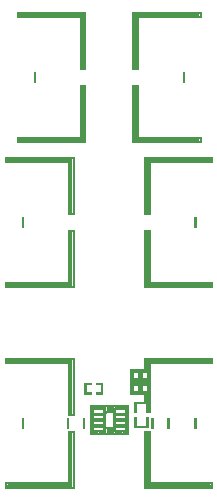
<source format=gbr>
G75*
%IPPOS*%
%FSLAX44Y44*%
%MOIN*%
%ADD10C,0.00100*%
%ADD11C,0.00200*%
%ADD12C,0.00400*%
%ADD13C,0.00800*%
%ADD14C,0.01500*%
%ADD15C,0.02500*%
%ADD16C,0.04000*%
%ADD17C,0.15000*%
%ADD18C,0.50000*%
%ADD19C,0.30000*%
%ADD20C,16.16080*%
%ADD21C,0.01180*%
%ADD22C,0.01970*%
%LNGB-SM1*%
%LPD*%
G54D10*
X989Y13816D02*
X1038D01*
Y14142D01*
X989D01*
Y13816D01*
X994Y13821D02*
X1033D01*
Y14137D01*
X994D01*
Y13821D01*
G54D11*
X1004Y13831D02*
X1023D01*
Y14127D01*
X1004D01*
Y13831D01*
X1014Y14127D02*
Y13831D01*
G54D10*
X989Y13816D02*
X1038D01*
Y14142D01*
X989D01*
Y13816D01*
X596Y2294D02*
X645D01*
Y2620D01*
X596D01*
Y2294D01*
X601Y2299D02*
X640D01*
Y2615D01*
X601D01*
Y2299D01*
G54D11*
X611Y2309D02*
X630D01*
Y2605D01*
X611D01*
Y2309D01*
X620Y2605D02*
Y2309D01*
G54D10*
X596Y2294D02*
X645D01*
Y2620D01*
X596D01*
Y2294D01*
X6393D02*
Y2620D01*
X6344D01*
Y2294D01*
X6393D01*
X6388Y2299D02*
Y2615D01*
X6349D01*
Y2299D01*
X6388D01*
G54D11*
X6378Y2309D02*
Y2605D01*
X6359D01*
Y2309D01*
X6378D01*
X6369Y2605D02*
Y2309D01*
G54D10*
X6393Y2294D02*
Y2620D01*
X6344D01*
Y2294D01*
X6393D01*
Y8987D02*
Y9313D01*
X6344D01*
Y8987D01*
X6393D01*
X6388Y8992D02*
Y9308D01*
X6349D01*
Y8992D01*
X6388D01*
G54D11*
X6378Y9002D02*
Y9298D01*
X6359D01*
Y9002D01*
X6378D01*
X6369Y9298D02*
Y9002D01*
G54D10*
X6393Y8987D02*
Y9313D01*
X6344D01*
Y8987D01*
X6393D01*
X5999Y13816D02*
Y14142D01*
X5950D01*
Y13816D01*
X5999D01*
X5994Y13821D02*
Y14137D01*
X5955D01*
Y13821D01*
X5994D01*
G54D11*
X5984Y13831D02*
Y14127D01*
X5965D01*
Y13831D01*
X5984D01*
X5975Y14127D02*
Y13831D01*
G54D10*
X5999Y13816D02*
Y14142D01*
X5950D01*
Y13816D01*
X5999D01*
X2149Y2621D02*
X2100D01*
Y2295D01*
X2149D01*
Y2621D01*
X2144Y2616D02*
X2105D01*
Y2300D01*
X2144D01*
Y2616D01*
G54D11*
X2134Y2606D02*
X2115D01*
Y2310D01*
X2134D01*
Y2606D01*
X2125Y2606D02*
Y2310D01*
G54D10*
X2149Y2621D02*
X2100D01*
Y2295D01*
X2149D01*
Y2621D01*
X2632D02*
Y2295D01*
X2681D01*
Y2621D01*
X2632D01*
X2637Y2616D02*
Y2300D01*
X2676D01*
Y2616D01*
X2637D01*
G54D11*
X2647Y2606D02*
Y2310D01*
X2666D01*
Y2606D01*
X2647D01*
X2656Y2606D02*
Y2310D01*
G54D10*
X2632Y2621D02*
Y2295D01*
X2681D01*
Y2621D01*
X2632D01*
X4964Y2620D02*
X4915D01*
Y2294D01*
X4964D01*
Y2620D01*
X4959Y2615D02*
X4920D01*
Y2299D01*
X4959D01*
Y2615D01*
G54D11*
X4949Y2605D02*
X4930D01*
Y2309D01*
X4949D01*
Y2605D01*
X4940Y2605D02*
Y2309D01*
G54D10*
X4964Y2620D02*
X4915D01*
Y2294D01*
X4964D01*
Y2620D01*
X5447D02*
Y2294D01*
X5496D01*
Y2620D01*
X5447D01*
X5452Y2615D02*
Y2299D01*
X5491D01*
Y2615D01*
X5452D01*
G54D11*
X5462Y2605D02*
Y2309D01*
X5481D01*
Y2605D01*
X5462D01*
X5471Y2605D02*
Y2309D01*
G54D10*
X5447Y2620D02*
Y2294D01*
X5496D01*
Y2620D01*
X5447D01*
X4785Y2298D02*
Y2643D01*
X4736D01*
Y2347D01*
X4392D01*
Y2643D01*
X4343D01*
Y2298D01*
X4785D01*
X4780Y2303D02*
Y2638D01*
X4741D01*
Y2342D01*
X4387D01*
Y2638D01*
X4348D01*
Y2303D01*
X4780D01*
G54D11*
X4770Y2313D02*
Y2628D01*
X4751D01*
Y2332D01*
X4377D01*
Y2628D01*
X4358D01*
Y2313D01*
X4770D01*
X4756Y2327D02*
X4765Y2318D01*
X4761Y2628D02*
Y2323D01*
X4363Y2318D02*
X4372Y2327D01*
X4367Y2628D02*
Y2323D01*
X4564Y2332D02*
Y2313D01*
X4545D02*
Y2332D01*
X4526D02*
Y2313D01*
X4507D02*
Y2332D01*
X4488D02*
Y2313D01*
X4469D02*
Y2332D01*
X4450D02*
Y2313D01*
X4431D02*
Y2332D01*
X4412D02*
Y2313D01*
X4393D02*
Y2332D01*
X4374Y2313D02*
Y2628D01*
X4583Y2332D02*
Y2313D01*
X4602D02*
Y2332D01*
X4621D02*
Y2313D01*
X4640D02*
Y2332D01*
X4659D02*
Y2313D01*
X4678D02*
Y2332D01*
X4697D02*
Y2313D01*
X4716D02*
Y2332D01*
X4735D02*
Y2313D01*
X4754D02*
Y2628D01*
G54D10*
X4785Y2298D02*
Y2643D01*
X4736D01*
Y2347D01*
X4392D01*
Y2643D01*
X4343D01*
Y2298D01*
X4785D01*
X2712Y11805D02*
Y13719D01*
X2525D01*
Y11992D01*
X438D01*
Y11805D01*
X2712D01*
X2707Y11810D02*
Y13714D01*
X2530D01*
Y11987D01*
X443D01*
Y11810D01*
X2707D01*
G54D11*
X2697Y11820D02*
Y13704D01*
X2540D01*
Y11977D01*
X453D01*
Y11820D01*
X2697D01*
G54D12*
X2677Y11840D02*
Y13684D01*
X2560D01*
Y11957D01*
X473D01*
Y11840D01*
X2677D01*
G54D13*
X2637Y11880D02*
Y13644D01*
X2600D01*
Y11917D01*
X513D01*
Y11880D01*
X2637D01*
X2637Y11880D02*
X2600Y11917D01*
X2618Y13644D02*
Y11899D01*
X1575Y11917D02*
Y11880D01*
X1499D02*
Y11917D01*
X1423D02*
Y11880D01*
X1347D02*
Y11917D01*
X1271D02*
Y11880D01*
X1195D02*
Y11917D01*
X1119D02*
Y11880D01*
X1043D02*
Y11917D01*
X967D02*
Y11880D01*
X891D02*
Y11917D01*
X815D02*
Y11880D01*
X739D02*
Y11917D01*
X663D02*
Y11880D01*
X587D02*
Y11917D01*
X1651D02*
Y11880D01*
X1727D02*
Y11917D01*
X1803D02*
Y11880D01*
X1879D02*
Y11917D01*
X1955D02*
Y11880D01*
X2031D02*
Y11917D01*
X2107D02*
Y11880D01*
X2183D02*
Y11917D01*
X2259D02*
Y11880D01*
X2335D02*
Y11917D01*
X2411D02*
Y11880D01*
X2487D02*
Y11917D01*
X2563D02*
Y11880D01*
G54D10*
X2712Y11805D02*
Y13719D01*
X2525D01*
Y11992D01*
X438D01*
Y11805D01*
X2712D01*
Y16153D02*
X438D01*
Y15966D01*
X2525D01*
Y14239D01*
X2712D01*
Y16153D01*
X2707Y16148D02*
X443D01*
Y15971D01*
X2530D01*
Y14244D01*
X2707D01*
Y16148D01*
G54D11*
X2697Y16138D02*
X453D01*
Y15981D01*
X2540D01*
Y14254D01*
X2697D01*
Y16138D01*
G54D12*
X2677Y16118D02*
X473D01*
Y16001D01*
X2560D01*
Y14274D01*
X2677D01*
Y16118D01*
G54D13*
X2637Y16078D02*
X513D01*
Y16041D01*
X2600D01*
Y14314D01*
X2637D01*
Y16078D01*
X2637Y16078D02*
X2600Y16041D01*
X2618Y16059D02*
X513D01*
X2637Y15196D02*
X2600D01*
Y15272D02*
X2637D01*
Y15348D02*
X2600D01*
Y15424D02*
X2637D01*
Y15500D02*
X2600D01*
Y15576D02*
X2637D01*
Y15652D02*
X2600D01*
Y15728D02*
X2637D01*
Y15804D02*
X2600D01*
Y15880D02*
X2637D01*
Y15956D02*
X2600D01*
Y16032D02*
X2637D01*
Y15120D02*
X2600D01*
Y15044D02*
X2637D01*
Y14968D02*
X2600D01*
Y14892D02*
X2637D01*
Y14816D02*
X2600D01*
Y14740D02*
X2637D01*
Y14664D02*
X2600D01*
Y14588D02*
X2637D01*
Y14512D02*
X2600D01*
Y14436D02*
X2637D01*
Y14360D02*
X2600D01*
G54D10*
X2712Y16153D02*
X438D01*
Y15966D01*
X2525D01*
Y14239D01*
X2712D01*
Y16153D01*
X2318Y283D02*
Y2197D01*
X2131D01*
Y470D01*
X44D01*
Y283D01*
X2318D01*
X2313Y288D02*
Y2192D01*
X2136D01*
Y465D01*
X49D01*
Y288D01*
X2313D01*
G54D11*
X2303Y298D02*
Y2182D01*
X2146D01*
Y455D01*
X59D01*
Y298D01*
X2303D01*
G54D12*
X2283Y318D02*
Y2162D01*
X2166D01*
Y435D01*
X79D01*
Y318D01*
X2283D01*
G54D13*
X2243Y358D02*
Y2122D01*
X2206D01*
Y395D01*
X119D01*
Y358D01*
X2243D01*
X2243Y358D02*
X2206Y395D01*
X2224Y2122D02*
Y377D01*
X1181Y395D02*
Y358D01*
X1105D02*
Y395D01*
X1029D02*
Y358D01*
X953D02*
Y395D01*
X877D02*
Y358D01*
X801D02*
Y395D01*
X725D02*
Y358D01*
X649D02*
Y395D01*
X573D02*
Y358D01*
X497D02*
Y395D01*
X421D02*
Y358D01*
X345D02*
Y395D01*
X269D02*
Y358D01*
X193D02*
Y395D01*
X1257D02*
Y358D01*
X1333D02*
Y395D01*
X1409D02*
Y358D01*
X1485D02*
Y395D01*
X1561D02*
Y358D01*
X1637D02*
Y395D01*
X1713D02*
Y358D01*
X1789D02*
Y395D01*
X1865D02*
Y358D01*
X1941D02*
Y395D01*
X2017D02*
Y358D01*
X2093D02*
Y395D01*
X2169D02*
Y358D01*
G54D10*
X2318Y283D02*
Y2197D01*
X2131D01*
Y470D01*
X44D01*
Y283D01*
X2318D01*
Y4630D02*
X44D01*
Y4443D01*
X2131D01*
Y2717D01*
X2318D01*
Y4630D01*
X2313Y4625D02*
X49D01*
Y4448D01*
X2136D01*
Y2722D01*
X2313D01*
Y4625D01*
G54D11*
X2303Y4615D02*
X59D01*
Y4458D01*
X2146D01*
Y2732D01*
X2303D01*
Y4615D01*
G54D12*
X2283Y4595D02*
X79D01*
Y4478D01*
X2166D01*
Y2752D01*
X2283D01*
Y4595D01*
G54D13*
X2243Y4555D02*
X119D01*
Y4518D01*
X2206D01*
Y2792D01*
X2243D01*
Y4555D01*
X2243Y4555D02*
X2206Y4518D01*
X2224Y4537D02*
X119D01*
X2243Y3674D02*
X2206D01*
Y3750D02*
X2243D01*
Y3826D02*
X2206D01*
Y3902D02*
X2243D01*
Y3978D02*
X2206D01*
Y4054D02*
X2243D01*
Y4130D02*
X2206D01*
Y4206D02*
X2243D01*
Y4282D02*
X2206D01*
Y4358D02*
X2243D01*
Y4434D02*
X2206D01*
Y4510D02*
X2243D01*
Y3598D02*
X2206D01*
Y3522D02*
X2243D01*
Y3446D02*
X2206D01*
Y3370D02*
X2243D01*
Y3294D02*
X2206D01*
Y3218D02*
X2243D01*
Y3142D02*
X2206D01*
Y3066D02*
X2243D01*
Y2990D02*
X2206D01*
Y2914D02*
X2243D01*
Y2838D02*
X2206D01*
G54D10*
X2318Y4630D02*
X44D01*
Y4443D01*
X2131D01*
Y2717D01*
X2318D01*
Y4630D01*
X4277Y16153D02*
Y14239D01*
X4464D01*
Y15966D01*
X6551D01*
Y16153D01*
X4277D01*
X4282Y16148D02*
Y14244D01*
X4459D01*
Y15971D01*
X6546D01*
Y16148D01*
X4282D01*
G54D11*
X4292Y16138D02*
Y14254D01*
X4449D01*
Y15981D01*
X6536D01*
Y16138D01*
X4292D01*
G54D12*
X4312Y16118D02*
Y14274D01*
X4429D01*
Y16001D01*
X6516D01*
Y16118D01*
X4312D01*
G54D13*
X4352Y16078D02*
Y14314D01*
X4389D01*
Y16041D01*
X6476D01*
Y16078D01*
X4352D01*
X5414Y16078D02*
Y16041D01*
X5338D02*
Y16078D01*
X5262D02*
Y16041D01*
X5186D02*
Y16078D01*
X5110D02*
Y16041D01*
X5034D02*
Y16078D01*
X4958D02*
Y16041D01*
X4882D02*
Y16078D01*
X4806D02*
Y16041D01*
X4730D02*
Y16078D01*
X4654D02*
Y16041D01*
X4578D02*
Y16078D01*
X4502D02*
Y16041D01*
X4426D02*
Y16078D01*
X5490D02*
Y16041D01*
X5566D02*
Y16078D01*
X5642D02*
Y16041D01*
X5718D02*
Y16078D01*
X5794D02*
Y16041D01*
X5870D02*
Y16078D01*
X5946D02*
Y16041D01*
X6022D02*
Y16078D01*
X6098D02*
Y16041D01*
X6174D02*
Y16078D01*
X6250D02*
Y16041D01*
X6326D02*
Y16078D01*
X6402D02*
Y16041D01*
G54D10*
X4277Y16153D02*
Y14239D01*
X4464D01*
Y15966D01*
X6551D01*
Y16153D01*
X4277D01*
Y11805D02*
X6551D01*
Y11992D01*
X4464D01*
Y13719D01*
X4277D01*
Y11805D01*
X4282Y11810D02*
X6546D01*
Y11987D01*
X4459D01*
Y13714D01*
X4282D01*
Y11810D01*
G54D11*
X4292Y11820D02*
X6536D01*
Y11977D01*
X4449D01*
Y13704D01*
X4292D01*
Y11820D01*
G54D12*
X4312Y11840D02*
X6516D01*
Y11957D01*
X4429D01*
Y13684D01*
X4312D01*
Y11840D01*
G54D13*
X4352Y11880D02*
X6476D01*
Y11917D01*
X4389D01*
Y13644D01*
X4352D01*
Y11880D01*
X4352Y11880D02*
X4389Y11917D01*
X6476Y11899D02*
X4371D01*
X4389Y12762D02*
X4352D01*
Y12838D02*
X4389D01*
Y12914D02*
X4352D01*
Y12990D02*
X4389D01*
Y13066D02*
X4352D01*
Y13142D02*
X4389D01*
Y13218D02*
X4352D01*
Y13294D02*
X4389D01*
Y13370D02*
X4352D01*
Y13446D02*
X4389D01*
Y13522D02*
X4352D01*
Y13598D02*
X4389D01*
Y12686D02*
X4352D01*
Y12610D02*
X4389D01*
Y12534D02*
X4352D01*
Y12458D02*
X4389D01*
Y12382D02*
X4352D01*
Y12306D02*
X4389D01*
Y12230D02*
X4352D01*
Y12154D02*
X4389D01*
Y12078D02*
X4352D01*
Y12002D02*
X4389D01*
Y11926D02*
X4352D01*
G54D10*
X4277Y11805D02*
X6551D01*
Y11992D01*
X4464D01*
Y13719D01*
X4277D01*
Y11805D01*
X4671Y11323D02*
Y9410D01*
X4858D01*
Y11137D01*
X6944D01*
Y11323D01*
X4671D01*
X4676Y11318D02*
Y9415D01*
X4853D01*
Y11142D01*
X6939D01*
Y11318D01*
X4676D01*
G54D11*
X4686Y11308D02*
Y9425D01*
X4843D01*
Y11152D01*
X6929D01*
Y11308D01*
X4686D01*
G54D12*
X4706Y11288D02*
Y9445D01*
X4823D01*
Y11172D01*
X6909D01*
Y11288D01*
X4706D01*
G54D13*
X4746Y11248D02*
Y9485D01*
X4783D01*
Y11212D01*
X6869D01*
Y11248D01*
X4746D01*
X5808Y11248D02*
Y11212D01*
X5732D02*
Y11248D01*
X5656D02*
Y11212D01*
X5580D02*
Y11248D01*
X5504D02*
Y11212D01*
X5428D02*
Y11248D01*
X5352D02*
Y11212D01*
X5276D02*
Y11248D01*
X5200D02*
Y11212D01*
X5124D02*
Y11248D01*
X5048D02*
Y11212D01*
X4972D02*
Y11248D01*
X4896D02*
Y11212D01*
X4820D02*
Y11248D01*
X5884D02*
Y11212D01*
X5960D02*
Y11248D01*
X6036D02*
Y11212D01*
X6112D02*
Y11248D01*
X6188D02*
Y11212D01*
X6264D02*
Y11248D01*
X6340D02*
Y11212D01*
X6416D02*
Y11248D01*
X6492D02*
Y11212D01*
X6568D02*
Y11248D01*
X6644D02*
Y11212D01*
X6720D02*
Y11248D01*
X6796D02*
Y11212D01*
G54D10*
X4671Y11323D02*
Y9410D01*
X4858D01*
Y11137D01*
X6944D01*
Y11323D01*
X4671D01*
Y6976D02*
X6944D01*
Y7163D01*
X4858D01*
Y8890D01*
X4671D01*
Y6976D01*
X4676Y6981D02*
X6939D01*
Y7158D01*
X4853D01*
Y8885D01*
X4676D01*
Y6981D01*
G54D11*
X4686Y6991D02*
X6929D01*
Y7148D01*
X4843D01*
Y8875D01*
X4686D01*
Y6991D01*
G54D12*
X4706Y7011D02*
X6909D01*
Y7128D01*
X4823D01*
Y8855D01*
X4706D01*
Y7011D01*
G54D13*
X4746Y7051D02*
X6869D01*
Y7088D01*
X4783D01*
Y8815D01*
X4746D01*
Y7051D01*
X4746Y7051D02*
X4783Y7088D01*
X6869Y7070D02*
X4764D01*
X4783Y7933D02*
X4746D01*
Y8009D02*
X4783D01*
Y8085D02*
X4746D01*
Y8161D02*
X4783D01*
Y8237D02*
X4746D01*
Y8313D02*
X4783D01*
Y8389D02*
X4746D01*
Y8465D02*
X4783D01*
Y8541D02*
X4746D01*
Y8617D02*
X4783D01*
Y8693D02*
X4746D01*
Y8769D02*
X4783D01*
Y7857D02*
X4746D01*
Y7781D02*
X4783D01*
Y7705D02*
X4746D01*
Y7629D02*
X4783D01*
Y7553D02*
X4746D01*
Y7477D02*
X4783D01*
Y7401D02*
X4746D01*
Y7325D02*
X4783D01*
Y7249D02*
X4746D01*
Y7173D02*
X4783D01*
Y7097D02*
X4746D01*
G54D10*
X4671Y6976D02*
X6944D01*
Y7163D01*
X4858D01*
Y8890D01*
X4671D01*
Y6976D01*
Y283D02*
X6944D01*
Y470D01*
X4858D01*
Y2197D01*
X4671D01*
Y283D01*
X4676Y288D02*
X6939D01*
Y465D01*
X4853D01*
Y2192D01*
X4676D01*
Y288D01*
G54D11*
X4686Y298D02*
X6929D01*
Y455D01*
X4843D01*
Y2182D01*
X4686D01*
Y298D01*
G54D12*
X4706Y318D02*
X6909D01*
Y435D01*
X4823D01*
Y2162D01*
X4706D01*
Y318D01*
G54D13*
X4746Y358D02*
X6869D01*
Y395D01*
X4783D01*
Y2122D01*
X4746D01*
Y358D01*
X4746Y358D02*
X4783Y395D01*
X6869Y377D02*
X4764D01*
X4783Y1240D02*
X4746D01*
Y1316D02*
X4783D01*
Y1392D02*
X4746D01*
Y1468D02*
X4783D01*
Y1544D02*
X4746D01*
Y1620D02*
X4783D01*
Y1696D02*
X4746D01*
Y1772D02*
X4783D01*
Y1848D02*
X4746D01*
Y1924D02*
X4783D01*
Y2000D02*
X4746D01*
Y2076D02*
X4783D01*
Y1164D02*
X4746D01*
Y1088D02*
X4783D01*
Y1012D02*
X4746D01*
Y936D02*
X4783D01*
Y860D02*
X4746D01*
Y784D02*
X4783D01*
Y708D02*
X4746D01*
Y632D02*
X4783D01*
Y556D02*
X4746D01*
Y480D02*
X4783D01*
Y404D02*
X4746D01*
G54D10*
X4671Y283D02*
X6944D01*
Y470D01*
X4858D01*
Y2197D01*
X4671D01*
Y283D01*
X3269Y3796D02*
X3056D01*
Y3747D01*
X3220D01*
Y3477D01*
X3056D01*
Y3428D01*
X3269D01*
Y3796D01*
X3264Y3791D02*
X3061D01*
Y3752D01*
X3225D01*
Y3472D01*
X3061D01*
Y3433D01*
X3264D01*
Y3791D01*
G54D11*
X3254Y3781D02*
X3071D01*
Y3762D01*
X3235D01*
Y3462D01*
X3071D01*
Y3443D01*
X3254D01*
Y3781D01*
X3240Y3767D02*
X3249Y3776D01*
X3244Y3772D02*
X3071D01*
X3249Y3448D02*
X3240Y3457D01*
X3244Y3453D02*
X3071D01*
X3254Y3612D02*
X3235D01*
Y3631D02*
X3254D01*
Y3650D02*
X3235D01*
Y3669D02*
X3254D01*
Y3688D02*
X3235D01*
Y3707D02*
X3254D01*
Y3726D02*
X3235D01*
Y3745D02*
X3254D01*
Y3764D02*
X3071D01*
X3235Y3593D02*
X3254D01*
Y3574D02*
X3235D01*
Y3555D02*
X3254D01*
Y3536D02*
X3235D01*
Y3517D02*
X3254D01*
Y3498D02*
X3235D01*
Y3479D02*
X3254D01*
Y3460D02*
X3071D01*
G54D10*
X3269Y3796D02*
X3056D01*
Y3747D01*
X3220D01*
Y3477D01*
X3056D01*
Y3428D01*
X3269D01*
Y3796D01*
X2676D02*
Y3428D01*
X2889D01*
Y3477D01*
X2726D01*
Y3747D01*
X2889D01*
Y3796D01*
X2676D01*
X2681Y3791D02*
Y3433D01*
X2884D01*
Y3472D01*
X2721D01*
Y3752D01*
X2884D01*
Y3791D01*
X2681D01*
G54D11*
X2691Y3781D02*
Y3443D01*
X2874D01*
Y3462D01*
X2711D01*
Y3762D01*
X2874D01*
Y3781D01*
X2691D01*
X2783Y3462D02*
Y3443D01*
Y3762D02*
Y3781D01*
X2764Y3462D02*
Y3443D01*
Y3762D02*
Y3781D01*
X2745Y3462D02*
Y3443D01*
Y3762D02*
Y3781D01*
X2726Y3462D02*
Y3443D01*
Y3762D02*
Y3781D01*
X2707D02*
Y3443D01*
X2802D02*
Y3462D01*
Y3762D02*
Y3781D01*
X2821Y3462D02*
Y3443D01*
Y3762D02*
Y3781D01*
X2840Y3462D02*
Y3443D01*
Y3762D02*
Y3781D01*
X2859Y3462D02*
Y3443D01*
Y3762D02*
Y3781D01*
G54D10*
X2676Y3796D02*
Y3428D01*
X2889D01*
Y3477D01*
X2726D01*
Y3747D01*
X2889D01*
Y3796D01*
X2676D01*
X596Y8987D02*
X645D01*
Y9313D01*
X596D01*
Y8987D01*
X601Y8992D02*
X640D01*
Y9308D01*
X601D01*
Y8992D01*
G54D11*
X611Y9002D02*
X630D01*
Y9298D01*
X611D01*
Y9002D01*
X620Y9298D02*
Y9002D01*
G54D10*
X596Y8987D02*
X645D01*
Y9313D01*
X596D01*
Y8987D01*
X2318Y6976D02*
Y8890D01*
X2131D01*
Y7163D01*
X44D01*
Y6976D01*
X2318D01*
X2313Y6981D02*
Y8885D01*
X2136D01*
Y7158D01*
X49D01*
Y6981D01*
X2313D01*
G54D11*
X2303Y6991D02*
Y8875D01*
X2146D01*
Y7148D01*
X59D01*
Y6991D01*
X2303D01*
G54D12*
X2283Y7011D02*
Y8855D01*
X2166D01*
Y7128D01*
X79D01*
Y7011D01*
X2283D01*
G54D13*
X2243Y7051D02*
Y8815D01*
X2206D01*
Y7088D01*
X119D01*
Y7051D01*
X2243D01*
X2243Y7051D02*
X2206Y7088D01*
X2224Y8815D02*
Y7070D01*
X1181Y7088D02*
Y7051D01*
X1105D02*
Y7088D01*
X1029D02*
Y7051D01*
X953D02*
Y7088D01*
X877D02*
Y7051D01*
X801D02*
Y7088D01*
X725D02*
Y7051D01*
X649D02*
Y7088D01*
X573D02*
Y7051D01*
X497D02*
Y7088D01*
X421D02*
Y7051D01*
X345D02*
Y7088D01*
X269D02*
Y7051D01*
X193D02*
Y7088D01*
X1257D02*
Y7051D01*
X1333D02*
Y7088D01*
X1409D02*
Y7051D01*
X1485D02*
Y7088D01*
X1561D02*
Y7051D01*
X1637D02*
Y7088D01*
X1713D02*
Y7051D01*
X1789D02*
Y7088D01*
X1865D02*
Y7051D01*
X1941D02*
Y7088D01*
X2017D02*
Y7051D01*
X2093D02*
Y7088D01*
X2169D02*
Y7051D01*
G54D10*
X2318Y6976D02*
Y8890D01*
X2131D01*
Y7163D01*
X44D01*
Y6976D01*
X2318D01*
Y11323D02*
X44D01*
Y11137D01*
X2131D01*
Y9410D01*
X2318D01*
Y11323D01*
X2313Y11318D02*
X49D01*
Y11142D01*
X2136D01*
Y9415D01*
X2313D01*
Y11318D01*
G54D11*
X2303Y11308D02*
X59D01*
Y11152D01*
X2146D01*
Y9425D01*
X2303D01*
Y11308D01*
G54D12*
X2283Y11288D02*
X79D01*
Y11172D01*
X2166D01*
Y9445D01*
X2283D01*
Y11288D01*
G54D13*
X2243Y11248D02*
X119D01*
Y11212D01*
X2206D01*
Y9485D01*
X2243D01*
Y11248D01*
X2243Y11248D02*
X2206Y11212D01*
X2224Y11230D02*
X119D01*
X2243Y10367D02*
X2206D01*
Y10443D02*
X2243D01*
Y10519D02*
X2206D01*
Y10595D02*
X2243D01*
Y10671D02*
X2206D01*
Y10747D02*
X2243D01*
Y10823D02*
X2206D01*
Y10899D02*
X2243D01*
Y10975D02*
X2206D01*
Y11051D02*
X2243D01*
Y11127D02*
X2206D01*
Y11203D02*
X2243D01*
Y10291D02*
X2206D01*
Y10215D02*
X2243D01*
Y10139D02*
X2206D01*
Y10063D02*
X2243D01*
Y9987D02*
X2206D01*
Y9911D02*
X2243D01*
Y9835D02*
X2206D01*
Y9759D02*
X2243D01*
Y9683D02*
X2206D01*
Y9607D02*
X2243D01*
Y9531D02*
X2206D01*
G54D10*
X2318Y11323D02*
X44D01*
Y11137D01*
X2131D01*
Y9410D01*
X2318D01*
Y11323D01*
X3154Y3042D02*
Y2905D01*
X3283D01*
Y2796D01*
X3154D01*
Y2708D01*
X3283D01*
Y2599D01*
X3154D01*
Y2511D01*
X3283D01*
Y2403D01*
X3154D01*
Y2314D01*
X3283D01*
Y2206D01*
X2958D01*
Y2314D01*
X3086D01*
Y2403D01*
X2958D01*
Y2511D01*
X3086D01*
Y2599D01*
X2958D01*
Y2708D01*
X3086D01*
Y2796D01*
X2958D01*
Y2905D01*
X3086D01*
Y3042D01*
X2869D01*
Y2068D01*
X4119D01*
Y3042D01*
X3902D01*
Y2905D01*
X4031D01*
Y2796D01*
X3902D01*
Y2708D01*
X4031D01*
Y2599D01*
X3902D01*
Y2511D01*
X4031D01*
Y2403D01*
X3902D01*
Y2314D01*
X4031D01*
Y2206D01*
X3706D01*
Y2314D01*
X3834D01*
Y2403D01*
X3706D01*
Y2511D01*
X3834D01*
Y2599D01*
X3706D01*
Y2708D01*
X3834D01*
Y2796D01*
X3706D01*
Y2905D01*
X3834D01*
Y3042D01*
X3556D01*
Y2806D01*
X3627D01*
Y2304D01*
X3361D01*
Y2749D01*
X3419Y2806D01*
X3488D01*
Y3042D01*
X3154D01*
X3159Y3037D02*
Y2910D01*
X3288D01*
Y2791D01*
X3159D01*
Y2713D01*
X3288D01*
Y2594D01*
X3159D01*
Y2516D01*
X3288D01*
Y2398D01*
X3159D01*
Y2319D01*
X3288D01*
Y2201D01*
X2953D01*
Y2319D01*
X3081D01*
Y2398D01*
X2953D01*
Y2516D01*
X3081D01*
Y2594D01*
X2953D01*
Y2713D01*
X3081D01*
Y2791D01*
X2953D01*
Y2910D01*
X3081D01*
Y3037D01*
X2874D01*
Y2073D01*
X4114D01*
Y3037D01*
X3907D01*
Y2910D01*
X4036D01*
Y2791D01*
X3907D01*
Y2713D01*
X4036D01*
Y2594D01*
X3907D01*
Y2516D01*
X4036D01*
Y2398D01*
X3907D01*
Y2319D01*
X4036D01*
Y2201D01*
X3701D01*
Y2319D01*
X3829D01*
Y2398D01*
X3701D01*
Y2516D01*
X3829D01*
Y2594D01*
X3701D01*
Y2713D01*
X3829D01*
Y2791D01*
X3701D01*
Y2910D01*
X3829D01*
Y3037D01*
X3561D01*
Y2811D01*
X3632D01*
Y2299D01*
X3356D01*
Y2751D01*
X3417Y2811D01*
X3483D01*
Y3037D01*
X3159D01*
G54D11*
X3169Y3027D02*
Y2920D01*
X3298D01*
Y2781D01*
X3169D01*
Y2723D01*
X3298D01*
Y2584D01*
X3169D01*
Y2526D01*
X3298D01*
Y2388D01*
X3169D01*
Y2329D01*
X3298D01*
Y2191D01*
X2943D01*
Y2329D01*
X3071D01*
Y2388D01*
X2943D01*
Y2526D01*
X3071D01*
Y2584D01*
X2943D01*
Y2723D01*
X3071D01*
Y2781D01*
X2943D01*
Y2920D01*
X3071D01*
Y3027D01*
X2884D01*
Y2083D01*
X4104D01*
Y3027D01*
X3917D01*
Y2920D01*
X4046D01*
Y2781D01*
X3917D01*
Y2723D01*
X4046D01*
Y2584D01*
X3917D01*
Y2526D01*
X4046D01*
Y2388D01*
X3917D01*
Y2329D01*
X4046D01*
Y2191D01*
X3691D01*
Y2329D01*
X3819D01*
Y2388D01*
X3691D01*
Y2526D01*
X3819D01*
Y2584D01*
X3691D01*
Y2723D01*
X3819D01*
Y2781D01*
X3691D01*
Y2920D01*
X3819D01*
Y3027D01*
X3571D01*
Y2821D01*
X3642D01*
Y2289D01*
X3346D01*
Y2755D01*
X3413Y2821D01*
X3473D01*
Y3027D01*
X3169D01*
G54D12*
X3189Y3007D02*
Y2940D01*
X3318D01*
Y2761D01*
X3189D01*
Y2743D01*
X3318D01*
Y2564D01*
X3189D01*
Y2546D01*
X3318D01*
Y2368D01*
X3189D01*
Y2349D01*
X3318D01*
Y2171D01*
X2923D01*
Y2349D01*
X3051D01*
Y2368D01*
X2923D01*
Y2546D01*
X3051D01*
Y2564D01*
X2923D01*
Y2743D01*
X3051D01*
Y2761D01*
X2923D01*
Y2940D01*
X3051D01*
Y3007D01*
X2904D01*
Y2103D01*
X4084D01*
Y3007D01*
X3937D01*
Y2940D01*
X4066D01*
Y2761D01*
X3937D01*
Y2743D01*
X4066D01*
Y2564D01*
X3937D01*
Y2546D01*
X4066D01*
Y2368D01*
X3937D01*
Y2349D01*
X4066D01*
Y2171D01*
X3671D01*
Y2349D01*
X3799D01*
Y2368D01*
X3671D01*
Y2546D01*
X3799D01*
Y2564D01*
X3671D01*
Y2743D01*
X3799D01*
Y2761D01*
X3671D01*
Y2940D01*
X3799D01*
Y3007D01*
X3591D01*
Y2841D01*
X3662D01*
Y2269D01*
X3326D01*
Y2763D01*
X3404Y2841D01*
X3453D01*
Y3007D01*
X3189D01*
X3318Y2761D02*
Y2743D01*
Y2752D02*
X3189D01*
X3318Y2564D02*
Y2546D01*
Y2555D02*
X3189D01*
X3318Y2368D02*
Y2349D01*
Y2358D02*
X3189D01*
X2923Y2349D02*
Y2368D01*
X3051Y2358D02*
X2923D01*
Y2546D02*
Y2564D01*
X3051Y2555D02*
X2923D01*
Y2743D02*
Y2761D01*
X3051Y2752D02*
X2923D01*
X4066Y2761D02*
Y2743D01*
Y2752D02*
X3937D01*
X4066Y2564D02*
Y2546D01*
Y2555D02*
X3937D01*
X4066Y2368D02*
Y2349D01*
Y2358D02*
X3937D01*
X3671Y2349D02*
Y2368D01*
X3799Y2358D02*
X3671D01*
Y2546D02*
Y2564D01*
X3799Y2555D02*
X3671D01*
Y2743D02*
Y2761D01*
X3799Y2752D02*
X3671D01*
X3494Y2269D02*
Y2103D01*
X3456D02*
Y2269D01*
X3418D02*
Y2103D01*
Y2841D02*
Y3007D01*
X3380Y2269D02*
Y2103D01*
Y2817D02*
Y3007D01*
X3342Y2269D02*
Y2103D01*
Y2779D02*
Y3007D01*
X3304Y2171D02*
Y2103D01*
Y2349D02*
Y2368D01*
Y2546D02*
Y2564D01*
Y2743D02*
Y2761D01*
Y2940D02*
Y3007D01*
X3266Y2171D02*
Y2103D01*
Y2349D02*
Y2368D01*
Y2546D02*
Y2564D01*
Y2743D02*
Y2761D01*
Y2940D02*
Y3007D01*
X3228Y2171D02*
Y2103D01*
Y2349D02*
Y2368D01*
Y2546D02*
Y2564D01*
Y2743D02*
Y2761D01*
Y2940D02*
Y3007D01*
X3190Y2171D02*
Y2103D01*
Y2349D02*
Y2368D01*
Y2546D02*
Y2564D01*
Y2743D02*
Y2761D01*
Y2940D02*
Y3007D01*
X3152Y2171D02*
Y2103D01*
X3114D02*
Y2171D01*
X3076D02*
Y2103D01*
X3038D02*
Y2171D01*
Y2349D02*
Y2368D01*
Y2546D02*
Y2564D01*
Y2743D02*
Y2761D01*
Y2940D02*
Y3007D01*
X3000Y2171D02*
Y2103D01*
Y2349D02*
Y2368D01*
Y2546D02*
Y2564D01*
Y2743D02*
Y2761D01*
Y2940D02*
Y3007D01*
X2962Y2171D02*
Y2103D01*
Y2349D02*
Y2368D01*
Y2546D02*
Y2564D01*
Y2743D02*
Y2761D01*
Y2940D02*
Y3007D01*
X2924Y2171D02*
Y2103D01*
Y2349D02*
Y2368D01*
Y2546D02*
Y2564D01*
Y2743D02*
Y2761D01*
Y2940D02*
Y3007D01*
X3532Y2269D02*
Y2103D01*
X3570D02*
Y2269D01*
X3608D02*
Y2103D01*
Y2841D02*
Y3007D01*
X3646Y2269D02*
Y2103D01*
Y2841D02*
Y3007D01*
X3684Y2171D02*
Y2103D01*
Y2349D02*
Y2368D01*
Y2546D02*
Y2564D01*
Y2743D02*
Y2761D01*
Y2940D02*
Y3007D01*
X3722Y2171D02*
Y2103D01*
Y2349D02*
Y2368D01*
Y2546D02*
Y2564D01*
Y2743D02*
Y2761D01*
Y2940D02*
Y3007D01*
X3760Y2171D02*
Y2103D01*
Y2349D02*
Y2368D01*
Y2546D02*
Y2564D01*
Y2743D02*
Y2761D01*
Y2940D02*
Y3007D01*
X3798Y2171D02*
Y2103D01*
Y2349D02*
Y2368D01*
Y2546D02*
Y2564D01*
Y2743D02*
Y2761D01*
Y2940D02*
Y3007D01*
X3836Y2171D02*
Y2103D01*
X3874D02*
Y2171D01*
X3912D02*
Y2103D01*
X3950D02*
Y2171D01*
Y2349D02*
Y2368D01*
Y2546D02*
Y2564D01*
Y2743D02*
Y2761D01*
Y2940D02*
Y3007D01*
X3988Y2171D02*
Y2103D01*
Y2349D02*
Y2368D01*
Y2546D02*
Y2564D01*
Y2743D02*
Y2761D01*
Y2940D02*
Y3007D01*
X4026Y2171D02*
Y2103D01*
Y2349D02*
Y2368D01*
Y2546D02*
Y2564D01*
Y2743D02*
Y2761D01*
Y2940D02*
Y3007D01*
X4064Y2171D02*
Y2103D01*
Y2349D02*
Y2368D01*
Y2546D02*
Y2564D01*
Y2743D02*
Y2761D01*
Y2940D02*
Y3007D01*
G54D10*
X3154Y3042D02*
Y2905D01*
X3283D01*
Y2796D01*
X3154D01*
Y2708D01*
X3283D01*
Y2599D01*
X3154D01*
Y2511D01*
X3283D01*
Y2403D01*
X3154D01*
Y2314D01*
X3283D01*
Y2206D01*
X2958D01*
Y2314D01*
X3086D01*
Y2403D01*
X2958D01*
Y2511D01*
X3086D01*
Y2599D01*
X2958D01*
Y2708D01*
X3086D01*
Y2796D01*
X2958D01*
Y2905D01*
X3086D01*
Y3042D01*
X2869D01*
Y2068D01*
X4119D01*
Y3042D01*
X3902D01*
Y2905D01*
X4031D01*
Y2796D01*
X3902D01*
Y2708D01*
X4031D01*
Y2599D01*
X3902D01*
Y2511D01*
X4031D01*
Y2403D01*
X3902D01*
Y2314D01*
X4031D01*
Y2206D01*
X3706D01*
Y2314D01*
X3834D01*
Y2403D01*
X3706D01*
Y2511D01*
X3834D01*
Y2599D01*
X3706D01*
Y2708D01*
X3834D01*
Y2796D01*
X3706D01*
Y2905D01*
X3834D01*
Y3042D01*
X3556D01*
Y2806D01*
X3627D01*
Y2304D01*
X3361D01*
Y2749D01*
X3419Y2806D01*
X3488D01*
Y3042D01*
X3154D01*
X4868Y3631D02*
Y4027D01*
X4779D01*
Y3942D01*
X4612D01*
Y4027D01*
X4465D01*
Y3942D01*
X4297D01*
Y4149D01*
X4465D01*
Y4064D01*
X4612D01*
Y4149D01*
X4779D01*
Y4064D01*
X4868D01*
Y4443D01*
X6944D01*
Y4630D01*
X4671D01*
Y4237D01*
X4209D01*
Y3420D01*
X4671D01*
Y3154D01*
X4343D01*
Y2810D01*
X4392D01*
Y3105D01*
X4736D01*
Y2810D01*
X4868D01*
Y3594D01*
X4779D01*
Y3509D01*
X4612D01*
Y3594D01*
X4465D01*
Y3509D01*
X4297D01*
Y3716D01*
X4465D01*
Y3631D01*
X4612D01*
Y3716D01*
X4779D01*
Y3631D01*
X4868D01*
X4863Y3636D02*
Y4022D01*
X4784D01*
Y3937D01*
X4607D01*
Y4022D01*
X4470D01*
Y3937D01*
X4292D01*
Y4154D01*
X4470D01*
Y4069D01*
X4607D01*
Y4154D01*
X4784D01*
Y4069D01*
X4863D01*
Y4448D01*
X6939D01*
Y4625D01*
X4676D01*
Y4232D01*
X4214D01*
Y3425D01*
X4676D01*
Y3149D01*
X4348D01*
Y2815D01*
X4387D01*
Y3110D01*
X4741D01*
Y2815D01*
X4863D01*
Y3589D01*
X4784D01*
Y3504D01*
X4607D01*
Y3589D01*
X4470D01*
Y3504D01*
X4292D01*
Y3721D01*
X4470D01*
Y3636D01*
X4607D01*
Y3721D01*
X4784D01*
Y3636D01*
X4863D01*
G54D11*
X4853Y3646D02*
Y4012D01*
X4794D01*
Y3927D01*
X4597D01*
Y4012D01*
X4480D01*
Y3927D01*
X4282D01*
Y4164D01*
X4480D01*
Y4079D01*
X4597D01*
Y4164D01*
X4794D01*
Y4079D01*
X4853D01*
Y4458D01*
X6929D01*
Y4615D01*
X4686D01*
Y4222D01*
X4224D01*
Y3435D01*
X4686D01*
Y3139D01*
X4358D01*
Y2825D01*
X4377D01*
Y3120D01*
X4751D01*
Y2825D01*
X4853D01*
Y3579D01*
X4794D01*
Y3494D01*
X4597D01*
Y3579D01*
X4480D01*
Y3494D01*
X4282D01*
Y3731D01*
X4480D01*
Y3646D01*
X4597D01*
Y3731D01*
X4794D01*
Y3646D01*
X4853D01*
X4372Y3125D02*
X4363Y3135D01*
X4367Y3130D02*
Y2825D01*
X4282Y3720D02*
X4224D01*
X4480D02*
X4597D01*
X4794D02*
X4853D01*
Y3739D02*
X4224D01*
Y3758D02*
X4853D01*
Y3777D02*
X4224D01*
Y3796D02*
X4853D01*
Y3815D02*
X4224D01*
Y3834D02*
X4853D01*
Y3853D02*
X4224D01*
Y3872D02*
X4853D01*
Y3891D02*
X4224D01*
Y3910D02*
X4853D01*
X4282Y3929D02*
X4224D01*
X4480D02*
X4597D01*
X4794D02*
X4853D01*
X4282Y3948D02*
X4224D01*
X4480D02*
X4597D01*
X4794D02*
X4853D01*
X4282Y3967D02*
X4224D01*
X4480D02*
X4597D01*
X4794D02*
X4853D01*
X4282Y3986D02*
X4224D01*
X4480D02*
X4597D01*
X4794D02*
X4853D01*
X4282Y4005D02*
X4224D01*
X4480D02*
X4597D01*
X4794D02*
X4853D01*
X4282Y4024D02*
X4224D01*
Y4043D02*
X4282D01*
Y4062D02*
X4224D01*
Y4081D02*
X4282D01*
X4480D02*
X4597D01*
X4794D02*
X4853D01*
X4282Y4100D02*
X4224D01*
X4480D02*
X4597D01*
X4794D02*
X4853D01*
X4282Y4119D02*
X4224D01*
X4480D02*
X4597D01*
X4794D02*
X4853D01*
X4282Y4138D02*
X4224D01*
X4480D02*
X4597D01*
X4794D02*
X4853D01*
X4282Y4157D02*
X4224D01*
X4480D02*
X4597D01*
X4794D02*
X4853D01*
Y4176D02*
X4224D01*
Y4195D02*
X4853D01*
Y4214D02*
X4224D01*
X4686Y4233D02*
X4853D01*
Y4252D02*
X4686D01*
Y4271D02*
X4853D01*
Y4290D02*
X4686D01*
Y4309D02*
X4853D01*
Y4328D02*
X4686D01*
Y4347D02*
X4853D01*
Y4366D02*
X4686D01*
Y4385D02*
X4853D01*
Y4404D02*
X4686D01*
Y4423D02*
X4853D01*
Y4442D02*
X4686D01*
Y4461D02*
X6929D01*
Y4480D02*
X4686D01*
Y4499D02*
X6929D01*
Y4518D02*
X4686D01*
Y4537D02*
X6929D01*
Y4556D02*
X4686D01*
Y4575D02*
X6929D01*
Y4594D02*
X4686D01*
Y4613D02*
X6929D01*
X4282Y3701D02*
X4224D01*
X4480D02*
X4597D01*
X4794D02*
X4853D01*
X4282Y3682D02*
X4224D01*
X4480D02*
X4597D01*
X4794D02*
X4853D01*
X4282Y3663D02*
X4224D01*
X4480D02*
X4597D01*
X4794D02*
X4853D01*
X4282Y3644D02*
X4224D01*
Y3625D02*
X4282D01*
Y3606D02*
X4224D01*
Y3587D02*
X4282D01*
Y3568D02*
X4224D01*
X4480D02*
X4597D01*
X4794D02*
X4853D01*
X4282Y3549D02*
X4224D01*
X4480D02*
X4597D01*
X4794D02*
X4853D01*
X4282Y3530D02*
X4224D01*
X4480D02*
X4597D01*
X4794D02*
X4853D01*
X4282Y3511D02*
X4224D01*
X4480D02*
X4597D01*
X4794D02*
X4853D01*
Y3492D02*
X4224D01*
Y3473D02*
X4853D01*
Y3454D02*
X4224D01*
X4686Y3435D02*
X4853D01*
Y3416D02*
X4686D01*
Y3397D02*
X4853D01*
Y3378D02*
X4686D01*
Y3359D02*
X4853D01*
Y3340D02*
X4686D01*
Y3321D02*
X4853D01*
Y3302D02*
X4686D01*
Y3283D02*
X4853D01*
Y3264D02*
X4686D01*
Y3245D02*
X4853D01*
Y3226D02*
X4686D01*
Y3207D02*
X4853D01*
Y3188D02*
X4686D01*
Y3169D02*
X4853D01*
Y3150D02*
X4686D01*
X4853Y3131D02*
X4358D01*
Y3112D02*
X4377D01*
X4751D02*
X4853D01*
X4377Y3093D02*
X4358D01*
X4751D02*
X4853D01*
X4377Y3074D02*
X4358D01*
X4751D02*
X4853D01*
X4377Y3055D02*
X4358D01*
X4751D02*
X4853D01*
X4377Y3036D02*
X4358D01*
X4751D02*
X4853D01*
X4377Y3017D02*
X4358D01*
X4751D02*
X4853D01*
X4377Y2998D02*
X4358D01*
X4751D02*
X4853D01*
X4377Y2979D02*
X4358D01*
X4751D02*
X4853D01*
X4377Y2960D02*
X4358D01*
X4751D02*
X4853D01*
X4377Y2941D02*
X4358D01*
X4751D02*
X4853D01*
X4377Y2922D02*
X4358D01*
X4751D02*
X4853D01*
X4377Y2903D02*
X4358D01*
X4751D02*
X4853D01*
X4377Y2884D02*
X4358D01*
X4751D02*
X4853D01*
X4377Y2865D02*
X4358D01*
X4751D02*
X4853D01*
X4377Y2846D02*
X4358D01*
X4751D02*
X4853D01*
X4377Y2827D02*
X4358D01*
X4751D02*
X4853D01*
G54D10*
X4868Y3631D02*
Y4027D01*
X4779D01*
Y3942D01*
X4612D01*
Y4027D01*
X4465D01*
Y3942D01*
X4297D01*
Y4149D01*
X4465D01*
Y4064D01*
X4612D01*
Y4149D01*
X4779D01*
Y4064D01*
X4868D01*
Y4443D01*
X6944D01*
Y4630D01*
X4671D01*
Y4237D01*
X4209D01*
Y3420D01*
X4671D01*
Y3154D01*
X4343D01*
Y2810D01*
X4392D01*
Y3105D01*
X4736D01*
Y2810D01*
X4868D01*
Y3594D01*
X4779D01*
Y3509D01*
X4612D01*
Y3594D01*
X4465D01*
Y3509D01*
X4297D01*
Y3716D01*
X4465D01*
Y3631D01*
X4612D01*
Y3716D01*
X4779D01*
Y3631D01*
X4868D01*
X4465Y4037D02*
X4612D01*
Y4054D01*
X4465D01*
Y4037D01*
X4470Y4042D02*
X4607D01*
Y4049D01*
X4470D01*
Y4042D01*
X4607Y4045D02*
X4470D01*
X4465Y4037D02*
X4612D01*
Y4054D01*
X4465D01*
Y4037D01*
X4779D02*
X4868D01*
Y4054D01*
X4779D01*
Y4037D01*
X4784Y4042D02*
X4863D01*
Y4049D01*
X4784D01*
Y4042D01*
X4863Y4045D02*
X4784D01*
X4779Y4037D02*
X4868D01*
Y4054D01*
X4779D01*
Y4037D01*
X4465Y3604D02*
X4612D01*
Y3621D01*
X4465D01*
Y3604D01*
X4470Y3609D02*
X4607D01*
Y3616D01*
X4470D01*
Y3609D01*
X4607Y3612D02*
X4470D01*
X4465Y3604D02*
X4612D01*
Y3621D01*
X4465D01*
Y3604D01*
X4779D02*
X4868D01*
Y3621D01*
X4779D01*
Y3604D01*
X4784Y3609D02*
X4863D01*
Y3616D01*
X4784D01*
Y3609D01*
X4863Y3612D02*
X4784D01*
X4779Y3604D02*
X4868D01*
Y3621D01*
X4779D01*
Y3604D01*
X3096Y3042D02*
Y2905D01*
X3144D01*
Y3042D01*
X3096D01*
X3101Y3037D02*
Y2910D01*
X3139D01*
Y3037D01*
X3101D01*
G54D11*
X3111Y3027D02*
Y2920D01*
X3129D01*
Y3027D01*
X3111D01*
X3120Y3027D02*
Y2920D01*
G54D10*
X3096Y3042D02*
Y2905D01*
X3144D01*
Y3042D01*
X3096D01*
Y2796D02*
Y2708D01*
X3144D01*
Y2796D01*
X3096D01*
X3101Y2791D02*
Y2713D01*
X3139D01*
Y2791D01*
X3101D01*
G54D11*
X3111Y2781D02*
Y2723D01*
X3129D01*
Y2781D01*
X3111D01*
X3120Y2781D02*
Y2723D01*
G54D10*
X3096Y2796D02*
Y2708D01*
X3144D01*
Y2796D01*
X3096D01*
Y2599D02*
Y2511D01*
X3144D01*
Y2599D01*
X3096D01*
X3101Y2594D02*
Y2516D01*
X3139D01*
Y2594D01*
X3101D01*
G54D11*
X3111Y2584D02*
Y2526D01*
X3129D01*
Y2584D01*
X3111D01*
X3120Y2584D02*
Y2526D01*
G54D10*
X3096Y2599D02*
Y2511D01*
X3144D01*
Y2599D01*
X3096D01*
Y2403D02*
Y2314D01*
X3144D01*
Y2403D01*
X3096D01*
X3101Y2398D02*
Y2319D01*
X3139D01*
Y2398D01*
X3101D01*
G54D11*
X3111Y2388D02*
Y2329D01*
X3129D01*
Y2388D01*
X3111D01*
X3120Y2388D02*
Y2329D01*
G54D10*
X3096Y2403D02*
Y2314D01*
X3144D01*
Y2403D01*
X3096D01*
X3498Y3042D02*
Y2806D01*
X3546D01*
Y3042D01*
X3498D01*
X3503Y3037D02*
Y2811D01*
X3541D01*
Y3037D01*
X3503D01*
G54D11*
X3513Y3027D02*
Y2821D01*
X3531D01*
Y3027D01*
X3513D01*
X3522Y3027D02*
Y2821D01*
G54D10*
X3498Y3042D02*
Y2806D01*
X3546D01*
Y3042D01*
X3498D01*
X3844D02*
Y2905D01*
X3892D01*
Y3042D01*
X3844D01*
X3849Y3037D02*
Y2910D01*
X3887D01*
Y3037D01*
X3849D01*
G54D11*
X3859Y3027D02*
Y2920D01*
X3877D01*
Y3027D01*
X3859D01*
X3868Y3027D02*
Y2920D01*
G54D10*
X3844Y3042D02*
Y2905D01*
X3892D01*
Y3042D01*
X3844D01*
Y2796D02*
Y2708D01*
X3892D01*
Y2796D01*
X3844D01*
X3849Y2791D02*
Y2713D01*
X3887D01*
Y2791D01*
X3849D01*
G54D11*
X3859Y2781D02*
Y2723D01*
X3877D01*
Y2781D01*
X3859D01*
X3868Y2781D02*
Y2723D01*
G54D10*
X3844Y2796D02*
Y2708D01*
X3892D01*
Y2796D01*
X3844D01*
Y2599D02*
Y2511D01*
X3892D01*
Y2599D01*
X3844D01*
X3849Y2594D02*
Y2516D01*
X3887D01*
Y2594D01*
X3849D01*
G54D11*
X3859Y2584D02*
Y2526D01*
X3877D01*
Y2584D01*
X3859D01*
X3868Y2584D02*
Y2526D01*
G54D10*
X3844Y2599D02*
Y2511D01*
X3892D01*
Y2599D01*
X3844D01*
Y2403D02*
Y2314D01*
X3892D01*
Y2403D01*
X3844D01*
X3849Y2398D02*
Y2319D01*
X3887D01*
Y2398D01*
X3849D01*
G54D11*
X3859Y2388D02*
Y2329D01*
X3877D01*
Y2388D01*
X3859D01*
X3868Y2388D02*
Y2329D01*
G54D10*
X3844Y2403D02*
Y2314D01*
X3892D01*
Y2403D01*
X3844D01*
M02*


</source>
